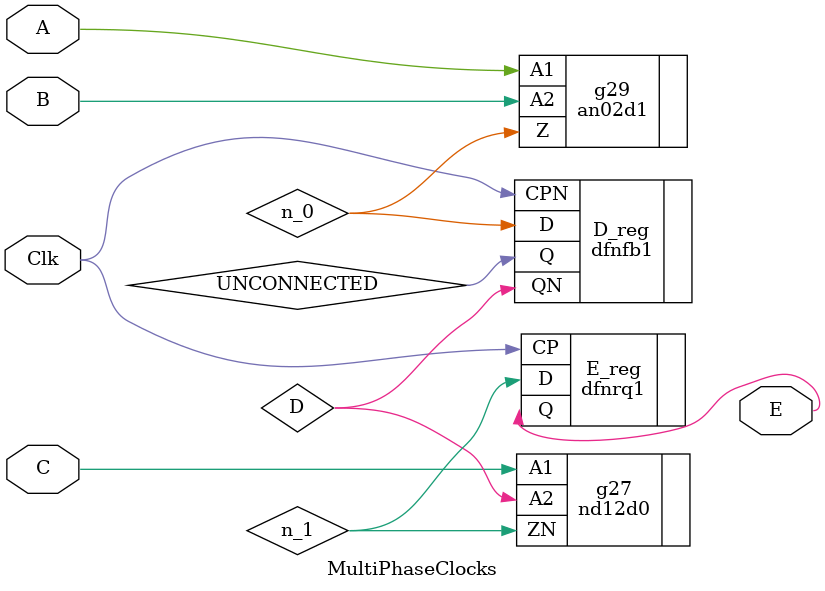
<source format=v>


// Verification Directory fv/MultiPhaseClocks 

module MultiPhaseClocks(Clk, A, B, C, E);
  input Clk, A, B, C;
  output E;
  wire Clk, A, B, C;
  wire E;
  wire D, UNCONNECTED, n_0, n_1;
  dfnrq1 E_reg(.CP (Clk), .D (n_1), .Q (E));
  nd12d0 g27(.A1 (C), .A2 (D), .ZN (n_1));
  dfnfb1 D_reg(.CPN (Clk), .D (n_0), .Q (UNCONNECTED), .QN (D));
  an02d1 g29(.A1 (A), .A2 (B), .Z (n_0));
endmodule


</source>
